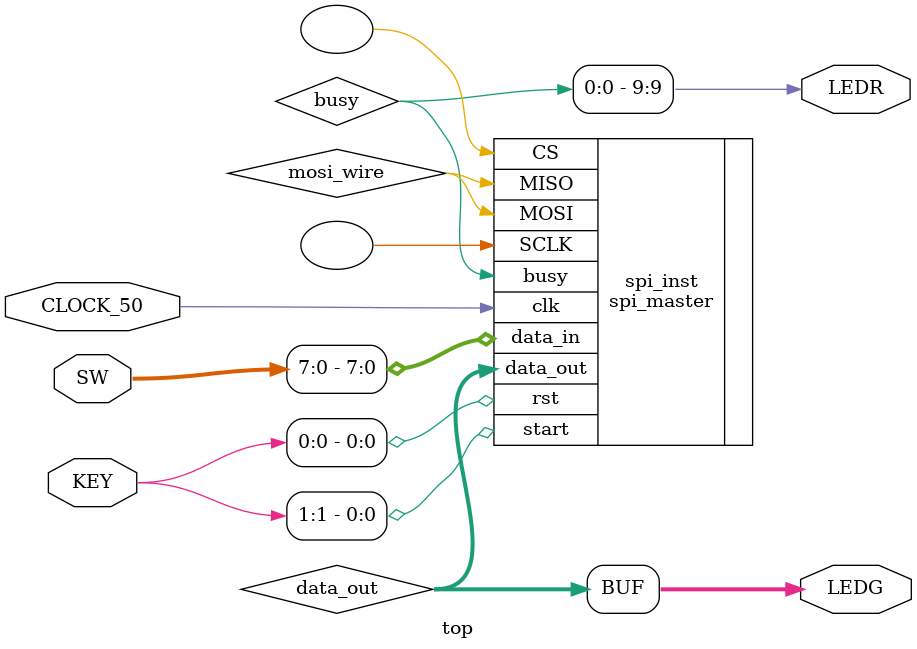
<source format=v>
module top (
    input        CLOCK_50,
    input  [3:0] KEY,
    input  [9:0] SW,
    output [9:0] LEDR,
    output [7:0] LEDG
);

    wire [7:0] data_out;
    wire busy;
    wire mosi_wire;

    spi_master #(
        .DATA_WIDTH(8),
        .PRESCALE(50)   // pequeno para ver funcionar
    ) spi_inst (
        .clk(CLOCK_50),
        .rst(KEY[0]),
        .start(KEY[1]),
        .data_in(SW[7:0]),
        .data_out(data_out),
        .busy(busy),
        .SCLK(),                // ignorado
        .MOSI(mosi_wire),
        .MISO(mosi_wire),       // 👈 LOOPBACK INTERNO
        .CS()
    );

    assign LEDG[7:0] = data_out;
    assign LEDR[9]   = busy;

endmodule
</source>
